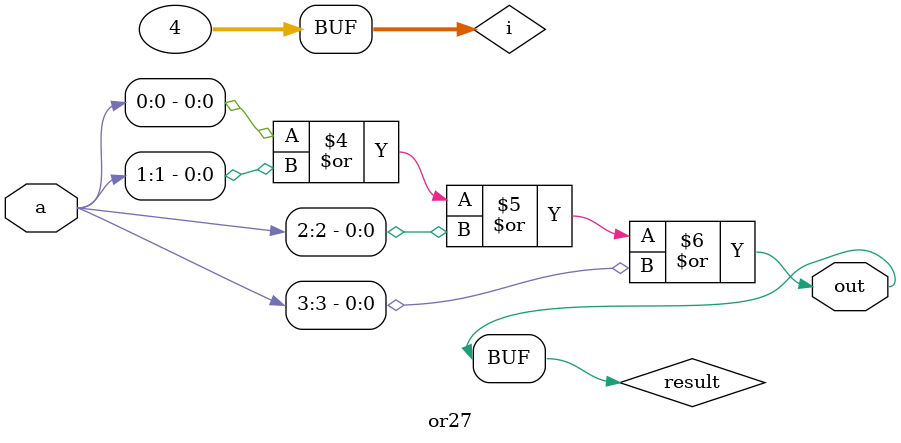
<source format=v>
module or27 (
    input wire [3:0] a,
    output wire out
);

reg result;
integer i;

always @(*) begin
    result = 1'b0;
    for (i = 0; i < 4; i = i + 1) begin
        result = result | a[i];
    end
end

assign out = result;

endmodule

</source>
